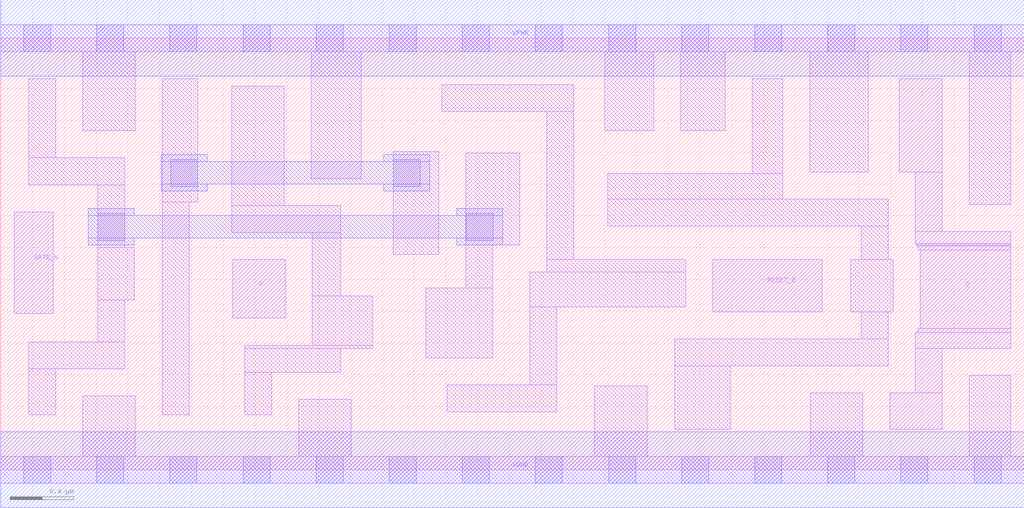
<source format=lef>
# Copyright 2020 The SkyWater PDK Authors
#
# Licensed under the Apache License, Version 2.0 (the "License");
# you may not use this file except in compliance with the License.
# You may obtain a copy of the License at
#
#     https://www.apache.org/licenses/LICENSE-2.0
#
# Unless required by applicable law or agreed to in writing, software
# distributed under the License is distributed on an "AS IS" BASIS,
# WITHOUT WARRANTIES OR CONDITIONS OF ANY KIND, either express or implied.
# See the License for the specific language governing permissions and
# limitations under the License.
#
# SPDX-License-Identifier: Apache-2.0

VERSION 5.7 ;
  NAMESCASESENSITIVE ON ;
  NOWIREEXTENSIONATPIN ON ;
  DIVIDERCHAR "/" ;
  BUSBITCHARS "[]" ;
UNITS
  DATABASE MICRONS 200 ;
END UNITS
MACRO sky130_fd_sc_hd__dlrtn_2
  CLASS CORE ;
  FOREIGN sky130_fd_sc_hd__dlrtn_2 ;
  ORIGIN  0.000000  0.000000 ;
  SIZE  6.440000 BY  2.720000 ;
  SYMMETRY X Y R90 ;
  SITE unithd ;
  PIN D
    ANTENNAGATEAREA  0.159000 ;
    DIRECTION INPUT ;
    USE SIGNAL ;
    PORT
      LAYER li1 ;
        RECT 1.460000 0.955000 1.790000 1.325000 ;
    END
  END D
  PIN Q
    ANTENNADIFFAREA  0.480500 ;
    DIRECTION OUTPUT ;
    USE SIGNAL ;
    PORT
      LAYER li1 ;
        RECT 5.595000 0.255000 5.925000 0.485000 ;
        RECT 5.655000 1.875000 5.925000 2.465000 ;
        RECT 5.755000 0.485000 5.925000 0.765000 ;
        RECT 5.755000 0.765000 6.355000 0.865000 ;
        RECT 5.755000 1.425000 6.355000 1.500000 ;
        RECT 5.755000 1.500000 5.925000 1.875000 ;
        RECT 5.760000 1.415000 6.355000 1.425000 ;
        RECT 5.765000 1.410000 6.355000 1.415000 ;
        RECT 5.770000 0.865000 6.355000 0.890000 ;
        RECT 5.775000 1.385000 6.355000 1.410000 ;
        RECT 5.785000 0.890000 6.355000 1.385000 ;
    END
  END Q
  PIN RESET_B
    ANTENNAGATEAREA  0.247500 ;
    DIRECTION INPUT ;
    USE SIGNAL ;
    PORT
      LAYER li1 ;
        RECT 4.480000 0.995000 5.170000 1.325000 ;
    END
  END RESET_B
  PIN GATE_N
    ANTENNAGATEAREA  0.159000 ;
    DIRECTION INPUT ;
    USE CLOCK ;
    PORT
      LAYER li1 ;
        RECT 0.085000 0.985000 0.330000 1.625000 ;
    END
  END GATE_N
  PIN VGND
    DIRECTION INOUT ;
    SHAPE ABUTMENT ;
    USE GROUND ;
    PORT
      LAYER met1 ;
        RECT 0.000000 -0.240000 6.440000 0.240000 ;
    END
  END VGND
  PIN VPWR
    DIRECTION INOUT ;
    SHAPE ABUTMENT ;
    USE POWER ;
    PORT
      LAYER met1 ;
        RECT 0.000000 2.480000 6.440000 2.960000 ;
    END
  END VPWR
  OBS
    LAYER li1 ;
      RECT 0.000000 -0.085000 6.440000 0.085000 ;
      RECT 0.000000  2.635000 6.440000 2.805000 ;
      RECT 0.175000  0.345000 0.345000 0.635000 ;
      RECT 0.175000  0.635000 0.780000 0.805000 ;
      RECT 0.175000  1.795000 0.780000 1.965000 ;
      RECT 0.175000  1.965000 0.345000 2.465000 ;
      RECT 0.515000  0.085000 0.845000 0.465000 ;
      RECT 0.515000  2.135000 0.845000 2.635000 ;
      RECT 0.610000  0.805000 0.780000 1.070000 ;
      RECT 0.610000  1.070000 0.840000 1.400000 ;
      RECT 0.610000  1.400000 0.780000 1.795000 ;
      RECT 1.015000  0.345000 1.185000 1.685000 ;
      RECT 1.015000  1.685000 1.240000 2.465000 ;
      RECT 1.455000  1.495000 2.140000 1.665000 ;
      RECT 1.455000  1.665000 1.785000 2.415000 ;
      RECT 1.535000  0.345000 1.705000 0.615000 ;
      RECT 1.535000  0.615000 2.140000 0.765000 ;
      RECT 1.535000  0.765000 2.340000 0.785000 ;
      RECT 1.875000  0.085000 2.205000 0.445000 ;
      RECT 1.955000  1.835000 2.270000 2.635000 ;
      RECT 1.960000  0.785000 2.340000 1.095000 ;
      RECT 1.960000  1.095000 2.140000 1.495000 ;
      RECT 2.470000  1.355000 2.755000 2.005000 ;
      RECT 2.675000  0.705000 3.095000 1.145000 ;
      RECT 2.775000  2.255000 3.605000 2.425000 ;
      RECT 2.810000  0.365000 3.500000 0.535000 ;
      RECT 2.925000  1.145000 3.095000 1.415000 ;
      RECT 2.925000  1.415000 3.265000 1.995000 ;
      RECT 3.330000  0.535000 3.500000 1.025000 ;
      RECT 3.330000  1.025000 4.310000 1.245000 ;
      RECT 3.435000  1.245000 4.310000 1.325000 ;
      RECT 3.435000  1.325000 3.605000 2.255000 ;
      RECT 3.735000  0.085000 4.070000 0.530000 ;
      RECT 3.800000  2.135000 4.110000 2.635000 ;
      RECT 3.820000  1.535000 5.585000 1.705000 ;
      RECT 3.820000  1.705000 4.920000 1.865000 ;
      RECT 4.240000  0.255000 4.590000 0.655000 ;
      RECT 4.240000  0.655000 5.585000 0.825000 ;
      RECT 4.280000  2.135000 4.560000 2.635000 ;
      RECT 4.730000  1.865000 4.920000 2.465000 ;
      RECT 5.090000  1.875000 5.460000 2.635000 ;
      RECT 5.095000  0.085000 5.425000 0.485000 ;
      RECT 5.350000  0.995000 5.615000 1.325000 ;
      RECT 5.415000  0.825000 5.585000 0.995000 ;
      RECT 5.415000  1.325000 5.585000 1.535000 ;
      RECT 6.095000  0.085000 6.355000 0.595000 ;
      RECT 6.095000  1.670000 6.355000 2.635000 ;
    LAYER mcon ;
      RECT 0.145000 -0.085000 0.315000 0.085000 ;
      RECT 0.145000  2.635000 0.315000 2.805000 ;
      RECT 0.605000 -0.085000 0.775000 0.085000 ;
      RECT 0.605000  2.635000 0.775000 2.805000 ;
      RECT 0.610000  1.445000 0.780000 1.615000 ;
      RECT 1.065000 -0.085000 1.235000 0.085000 ;
      RECT 1.065000  2.635000 1.235000 2.805000 ;
      RECT 1.070000  1.785000 1.240000 1.955000 ;
      RECT 1.525000 -0.085000 1.695000 0.085000 ;
      RECT 1.525000  2.635000 1.695000 2.805000 ;
      RECT 1.985000 -0.085000 2.155000 0.085000 ;
      RECT 1.985000  2.635000 2.155000 2.805000 ;
      RECT 2.445000 -0.085000 2.615000 0.085000 ;
      RECT 2.445000  2.635000 2.615000 2.805000 ;
      RECT 2.470000  1.785000 2.640000 1.955000 ;
      RECT 2.905000 -0.085000 3.075000 0.085000 ;
      RECT 2.905000  2.635000 3.075000 2.805000 ;
      RECT 2.930000  1.445000 3.100000 1.615000 ;
      RECT 3.365000 -0.085000 3.535000 0.085000 ;
      RECT 3.365000  2.635000 3.535000 2.805000 ;
      RECT 3.825000 -0.085000 3.995000 0.085000 ;
      RECT 3.825000  2.635000 3.995000 2.805000 ;
      RECT 4.285000 -0.085000 4.455000 0.085000 ;
      RECT 4.285000  2.635000 4.455000 2.805000 ;
      RECT 4.745000 -0.085000 4.915000 0.085000 ;
      RECT 4.745000  2.635000 4.915000 2.805000 ;
      RECT 5.205000 -0.085000 5.375000 0.085000 ;
      RECT 5.205000  2.635000 5.375000 2.805000 ;
      RECT 5.665000 -0.085000 5.835000 0.085000 ;
      RECT 5.665000  2.635000 5.835000 2.805000 ;
      RECT 6.125000 -0.085000 6.295000 0.085000 ;
      RECT 6.125000  2.635000 6.295000 2.805000 ;
    LAYER met1 ;
      RECT 0.550000 1.415000 0.840000 1.460000 ;
      RECT 0.550000 1.460000 3.160000 1.600000 ;
      RECT 0.550000 1.600000 0.840000 1.645000 ;
      RECT 1.010000 1.755000 1.300000 1.800000 ;
      RECT 1.010000 1.800000 2.700000 1.940000 ;
      RECT 1.010000 1.940000 1.300000 1.985000 ;
      RECT 2.410000 1.755000 2.700000 1.800000 ;
      RECT 2.410000 1.940000 2.700000 1.985000 ;
      RECT 2.870000 1.415000 3.160000 1.460000 ;
      RECT 2.870000 1.600000 3.160000 1.645000 ;
  END
END sky130_fd_sc_hd__dlrtn_2
END LIBRARY

</source>
